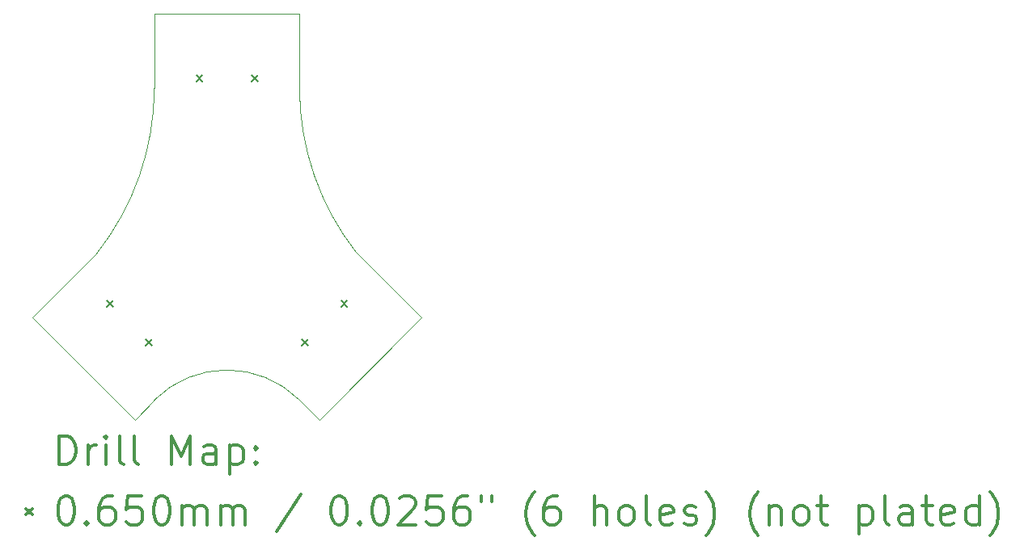
<source format=gbr>
%FSLAX45Y45*%
G04 Gerber Fmt 4.5, Leading zero omitted, Abs format (unit mm)*
G04 Created by KiCad (PCBNEW (5.1.10-1-10_14)) date 2021-07-26 11:30:28*
%MOMM*%
%LPD*%
G01*
G04 APERTURE LIST*
%TA.AperFunction,Profile*%
%ADD10C,0.100000*%
%TD*%
%ADD11C,0.200000*%
%ADD12C,0.300000*%
G04 APERTURE END LIST*
D10*
X965000Y-2235000D02*
X2035000Y-1165000D01*
X-760000Y2020000D02*
X-760000Y1241000D01*
X-1359601Y-490543D02*
G75*
G03*
X-760000Y1241000I-2200399J1731544D01*
G01*
X1359489Y-490402D02*
G75*
G02*
X760000Y1241000I2200511J1731402D01*
G01*
X760000Y-2030000D02*
G75*
G03*
X-760000Y-2030000I-760000J-760000D01*
G01*
X-965000Y-2235000D02*
X-760000Y-2030000D01*
X-2035000Y-1165000D02*
X-1359601Y-490543D01*
X2035000Y-1165000D02*
X1359601Y-490543D01*
X965000Y-2235000D02*
X760000Y-2030000D01*
X760000Y2020000D02*
X760000Y1241000D01*
X-760000Y2020000D02*
X760000Y2020000D01*
X-2035000Y-1165000D02*
X-965000Y-2235000D01*
D11*
X-1259006Y-985298D02*
X-1194006Y-1050298D01*
X-1194006Y-985298D02*
X-1259006Y-1050298D01*
X-850298Y-1394006D02*
X-785298Y-1459006D01*
X-785298Y-1394006D02*
X-850298Y-1459006D01*
X-321500Y1372500D02*
X-256500Y1307500D01*
X-256500Y1372500D02*
X-321500Y1307500D01*
X256500Y1372500D02*
X321500Y1307500D01*
X321500Y1372500D02*
X256500Y1307500D01*
X785298Y-1394006D02*
X850298Y-1459006D01*
X850298Y-1394006D02*
X785298Y-1459006D01*
X1194006Y-985298D02*
X1259006Y-1050298D01*
X1259006Y-985298D02*
X1194006Y-1050298D01*
D12*
X-1753571Y-2705714D02*
X-1753571Y-2405714D01*
X-1682143Y-2405714D01*
X-1639286Y-2420000D01*
X-1610714Y-2448572D01*
X-1596429Y-2477143D01*
X-1582143Y-2534286D01*
X-1582143Y-2577143D01*
X-1596429Y-2634286D01*
X-1610714Y-2662857D01*
X-1639286Y-2691429D01*
X-1682143Y-2705714D01*
X-1753571Y-2705714D01*
X-1453571Y-2705714D02*
X-1453571Y-2505714D01*
X-1453571Y-2562857D02*
X-1439286Y-2534286D01*
X-1425000Y-2520000D01*
X-1396429Y-2505714D01*
X-1367857Y-2505714D01*
X-1267857Y-2705714D02*
X-1267857Y-2505714D01*
X-1267857Y-2405714D02*
X-1282143Y-2420000D01*
X-1267857Y-2434286D01*
X-1253572Y-2420000D01*
X-1267857Y-2405714D01*
X-1267857Y-2434286D01*
X-1082143Y-2705714D02*
X-1110714Y-2691429D01*
X-1125000Y-2662857D01*
X-1125000Y-2405714D01*
X-925000Y-2705714D02*
X-953571Y-2691429D01*
X-967857Y-2662857D01*
X-967857Y-2405714D01*
X-582143Y-2705714D02*
X-582143Y-2405714D01*
X-482143Y-2620000D01*
X-382143Y-2405714D01*
X-382143Y-2705714D01*
X-110714Y-2705714D02*
X-110714Y-2548572D01*
X-125000Y-2520000D01*
X-153572Y-2505714D01*
X-210714Y-2505714D01*
X-239286Y-2520000D01*
X-110714Y-2691429D02*
X-139286Y-2705714D01*
X-210714Y-2705714D01*
X-239286Y-2691429D01*
X-253571Y-2662857D01*
X-253571Y-2634286D01*
X-239286Y-2605714D01*
X-210714Y-2591429D01*
X-139286Y-2591429D01*
X-110714Y-2577143D01*
X32143Y-2505714D02*
X32143Y-2805714D01*
X32143Y-2520000D02*
X60714Y-2505714D01*
X117857Y-2505714D01*
X146428Y-2520000D01*
X160714Y-2534286D01*
X175000Y-2562857D01*
X175000Y-2648572D01*
X160714Y-2677143D01*
X146428Y-2691429D01*
X117857Y-2705714D01*
X60714Y-2705714D01*
X32143Y-2691429D01*
X303571Y-2677143D02*
X317857Y-2691429D01*
X303571Y-2705714D01*
X289286Y-2691429D01*
X303571Y-2677143D01*
X303571Y-2705714D01*
X303571Y-2520000D02*
X317857Y-2534286D01*
X303571Y-2548572D01*
X289286Y-2534286D01*
X303571Y-2520000D01*
X303571Y-2548572D01*
X-2105000Y-3167500D02*
X-2040000Y-3232500D01*
X-2040000Y-3167500D02*
X-2105000Y-3232500D01*
X-1696429Y-3035714D02*
X-1667857Y-3035714D01*
X-1639286Y-3050000D01*
X-1625000Y-3064286D01*
X-1610714Y-3092857D01*
X-1596429Y-3150000D01*
X-1596429Y-3221429D01*
X-1610714Y-3278571D01*
X-1625000Y-3307143D01*
X-1639286Y-3321429D01*
X-1667857Y-3335714D01*
X-1696429Y-3335714D01*
X-1725000Y-3321429D01*
X-1739286Y-3307143D01*
X-1753571Y-3278571D01*
X-1767857Y-3221429D01*
X-1767857Y-3150000D01*
X-1753571Y-3092857D01*
X-1739286Y-3064286D01*
X-1725000Y-3050000D01*
X-1696429Y-3035714D01*
X-1467857Y-3307143D02*
X-1453571Y-3321429D01*
X-1467857Y-3335714D01*
X-1482143Y-3321429D01*
X-1467857Y-3307143D01*
X-1467857Y-3335714D01*
X-1196429Y-3035714D02*
X-1253572Y-3035714D01*
X-1282143Y-3050000D01*
X-1296429Y-3064286D01*
X-1325000Y-3107143D01*
X-1339286Y-3164286D01*
X-1339286Y-3278571D01*
X-1325000Y-3307143D01*
X-1310714Y-3321429D01*
X-1282143Y-3335714D01*
X-1225000Y-3335714D01*
X-1196429Y-3321429D01*
X-1182143Y-3307143D01*
X-1167857Y-3278571D01*
X-1167857Y-3207143D01*
X-1182143Y-3178571D01*
X-1196429Y-3164286D01*
X-1225000Y-3150000D01*
X-1282143Y-3150000D01*
X-1310714Y-3164286D01*
X-1325000Y-3178571D01*
X-1339286Y-3207143D01*
X-896429Y-3035714D02*
X-1039286Y-3035714D01*
X-1053572Y-3178571D01*
X-1039286Y-3164286D01*
X-1010714Y-3150000D01*
X-939286Y-3150000D01*
X-910714Y-3164286D01*
X-896429Y-3178571D01*
X-882143Y-3207143D01*
X-882143Y-3278571D01*
X-896429Y-3307143D01*
X-910714Y-3321429D01*
X-939286Y-3335714D01*
X-1010714Y-3335714D01*
X-1039286Y-3321429D01*
X-1053572Y-3307143D01*
X-696429Y-3035714D02*
X-667857Y-3035714D01*
X-639286Y-3050000D01*
X-625000Y-3064286D01*
X-610714Y-3092857D01*
X-596429Y-3150000D01*
X-596429Y-3221429D01*
X-610714Y-3278571D01*
X-625000Y-3307143D01*
X-639286Y-3321429D01*
X-667857Y-3335714D01*
X-696429Y-3335714D01*
X-725000Y-3321429D01*
X-739286Y-3307143D01*
X-753571Y-3278571D01*
X-767857Y-3221429D01*
X-767857Y-3150000D01*
X-753571Y-3092857D01*
X-739286Y-3064286D01*
X-725000Y-3050000D01*
X-696429Y-3035714D01*
X-467857Y-3335714D02*
X-467857Y-3135714D01*
X-467857Y-3164286D02*
X-453571Y-3150000D01*
X-425000Y-3135714D01*
X-382143Y-3135714D01*
X-353571Y-3150000D01*
X-339286Y-3178571D01*
X-339286Y-3335714D01*
X-339286Y-3178571D02*
X-325000Y-3150000D01*
X-296429Y-3135714D01*
X-253571Y-3135714D01*
X-225000Y-3150000D01*
X-210714Y-3178571D01*
X-210714Y-3335714D01*
X-67857Y-3335714D02*
X-67857Y-3135714D01*
X-67857Y-3164286D02*
X-53571Y-3150000D01*
X-25000Y-3135714D01*
X17857Y-3135714D01*
X46428Y-3150000D01*
X60714Y-3178571D01*
X60714Y-3335714D01*
X60714Y-3178571D02*
X75000Y-3150000D01*
X103571Y-3135714D01*
X146428Y-3135714D01*
X175000Y-3150000D01*
X189286Y-3178571D01*
X189286Y-3335714D01*
X775000Y-3021429D02*
X517857Y-3407143D01*
X1160714Y-3035714D02*
X1189286Y-3035714D01*
X1217857Y-3050000D01*
X1232143Y-3064286D01*
X1246428Y-3092857D01*
X1260714Y-3150000D01*
X1260714Y-3221429D01*
X1246428Y-3278571D01*
X1232143Y-3307143D01*
X1217857Y-3321429D01*
X1189286Y-3335714D01*
X1160714Y-3335714D01*
X1132143Y-3321429D01*
X1117857Y-3307143D01*
X1103571Y-3278571D01*
X1089286Y-3221429D01*
X1089286Y-3150000D01*
X1103571Y-3092857D01*
X1117857Y-3064286D01*
X1132143Y-3050000D01*
X1160714Y-3035714D01*
X1389286Y-3307143D02*
X1403571Y-3321429D01*
X1389286Y-3335714D01*
X1375000Y-3321429D01*
X1389286Y-3307143D01*
X1389286Y-3335714D01*
X1589286Y-3035714D02*
X1617857Y-3035714D01*
X1646428Y-3050000D01*
X1660714Y-3064286D01*
X1675000Y-3092857D01*
X1689286Y-3150000D01*
X1689286Y-3221429D01*
X1675000Y-3278571D01*
X1660714Y-3307143D01*
X1646428Y-3321429D01*
X1617857Y-3335714D01*
X1589286Y-3335714D01*
X1560714Y-3321429D01*
X1546428Y-3307143D01*
X1532143Y-3278571D01*
X1517857Y-3221429D01*
X1517857Y-3150000D01*
X1532143Y-3092857D01*
X1546428Y-3064286D01*
X1560714Y-3050000D01*
X1589286Y-3035714D01*
X1803571Y-3064286D02*
X1817857Y-3050000D01*
X1846428Y-3035714D01*
X1917857Y-3035714D01*
X1946428Y-3050000D01*
X1960714Y-3064286D01*
X1975000Y-3092857D01*
X1975000Y-3121429D01*
X1960714Y-3164286D01*
X1789286Y-3335714D01*
X1975000Y-3335714D01*
X2246428Y-3035714D02*
X2103571Y-3035714D01*
X2089286Y-3178571D01*
X2103571Y-3164286D01*
X2132143Y-3150000D01*
X2203571Y-3150000D01*
X2232143Y-3164286D01*
X2246428Y-3178571D01*
X2260714Y-3207143D01*
X2260714Y-3278571D01*
X2246428Y-3307143D01*
X2232143Y-3321429D01*
X2203571Y-3335714D01*
X2132143Y-3335714D01*
X2103571Y-3321429D01*
X2089286Y-3307143D01*
X2517857Y-3035714D02*
X2460714Y-3035714D01*
X2432143Y-3050000D01*
X2417857Y-3064286D01*
X2389286Y-3107143D01*
X2375000Y-3164286D01*
X2375000Y-3278571D01*
X2389286Y-3307143D01*
X2403571Y-3321429D01*
X2432143Y-3335714D01*
X2489286Y-3335714D01*
X2517857Y-3321429D01*
X2532143Y-3307143D01*
X2546428Y-3278571D01*
X2546428Y-3207143D01*
X2532143Y-3178571D01*
X2517857Y-3164286D01*
X2489286Y-3150000D01*
X2432143Y-3150000D01*
X2403571Y-3164286D01*
X2389286Y-3178571D01*
X2375000Y-3207143D01*
X2660714Y-3035714D02*
X2660714Y-3092857D01*
X2775000Y-3035714D02*
X2775000Y-3092857D01*
X3217857Y-3450000D02*
X3203571Y-3435714D01*
X3175000Y-3392857D01*
X3160714Y-3364286D01*
X3146428Y-3321429D01*
X3132143Y-3250000D01*
X3132143Y-3192857D01*
X3146428Y-3121429D01*
X3160714Y-3078571D01*
X3175000Y-3050000D01*
X3203571Y-3007143D01*
X3217857Y-2992857D01*
X3460714Y-3035714D02*
X3403571Y-3035714D01*
X3375000Y-3050000D01*
X3360714Y-3064286D01*
X3332143Y-3107143D01*
X3317857Y-3164286D01*
X3317857Y-3278571D01*
X3332143Y-3307143D01*
X3346428Y-3321429D01*
X3375000Y-3335714D01*
X3432143Y-3335714D01*
X3460714Y-3321429D01*
X3475000Y-3307143D01*
X3489286Y-3278571D01*
X3489286Y-3207143D01*
X3475000Y-3178571D01*
X3460714Y-3164286D01*
X3432143Y-3150000D01*
X3375000Y-3150000D01*
X3346428Y-3164286D01*
X3332143Y-3178571D01*
X3317857Y-3207143D01*
X3846428Y-3335714D02*
X3846428Y-3035714D01*
X3975000Y-3335714D02*
X3975000Y-3178571D01*
X3960714Y-3150000D01*
X3932143Y-3135714D01*
X3889286Y-3135714D01*
X3860714Y-3150000D01*
X3846428Y-3164286D01*
X4160714Y-3335714D02*
X4132143Y-3321429D01*
X4117857Y-3307143D01*
X4103571Y-3278571D01*
X4103571Y-3192857D01*
X4117857Y-3164286D01*
X4132143Y-3150000D01*
X4160714Y-3135714D01*
X4203571Y-3135714D01*
X4232143Y-3150000D01*
X4246428Y-3164286D01*
X4260714Y-3192857D01*
X4260714Y-3278571D01*
X4246428Y-3307143D01*
X4232143Y-3321429D01*
X4203571Y-3335714D01*
X4160714Y-3335714D01*
X4432143Y-3335714D02*
X4403571Y-3321429D01*
X4389286Y-3292857D01*
X4389286Y-3035714D01*
X4660714Y-3321429D02*
X4632143Y-3335714D01*
X4575000Y-3335714D01*
X4546428Y-3321429D01*
X4532143Y-3292857D01*
X4532143Y-3178571D01*
X4546428Y-3150000D01*
X4575000Y-3135714D01*
X4632143Y-3135714D01*
X4660714Y-3150000D01*
X4675000Y-3178571D01*
X4675000Y-3207143D01*
X4532143Y-3235714D01*
X4789286Y-3321429D02*
X4817857Y-3335714D01*
X4875000Y-3335714D01*
X4903571Y-3321429D01*
X4917857Y-3292857D01*
X4917857Y-3278571D01*
X4903571Y-3250000D01*
X4875000Y-3235714D01*
X4832143Y-3235714D01*
X4803571Y-3221429D01*
X4789286Y-3192857D01*
X4789286Y-3178571D01*
X4803571Y-3150000D01*
X4832143Y-3135714D01*
X4875000Y-3135714D01*
X4903571Y-3150000D01*
X5017857Y-3450000D02*
X5032143Y-3435714D01*
X5060714Y-3392857D01*
X5075000Y-3364286D01*
X5089286Y-3321429D01*
X5103571Y-3250000D01*
X5103571Y-3192857D01*
X5089286Y-3121429D01*
X5075000Y-3078571D01*
X5060714Y-3050000D01*
X5032143Y-3007143D01*
X5017857Y-2992857D01*
X5560714Y-3450000D02*
X5546428Y-3435714D01*
X5517857Y-3392857D01*
X5503571Y-3364286D01*
X5489286Y-3321429D01*
X5475000Y-3250000D01*
X5475000Y-3192857D01*
X5489286Y-3121429D01*
X5503571Y-3078571D01*
X5517857Y-3050000D01*
X5546428Y-3007143D01*
X5560714Y-2992857D01*
X5675000Y-3135714D02*
X5675000Y-3335714D01*
X5675000Y-3164286D02*
X5689286Y-3150000D01*
X5717857Y-3135714D01*
X5760714Y-3135714D01*
X5789286Y-3150000D01*
X5803571Y-3178571D01*
X5803571Y-3335714D01*
X5989286Y-3335714D02*
X5960714Y-3321429D01*
X5946428Y-3307143D01*
X5932143Y-3278571D01*
X5932143Y-3192857D01*
X5946428Y-3164286D01*
X5960714Y-3150000D01*
X5989286Y-3135714D01*
X6032143Y-3135714D01*
X6060714Y-3150000D01*
X6075000Y-3164286D01*
X6089286Y-3192857D01*
X6089286Y-3278571D01*
X6075000Y-3307143D01*
X6060714Y-3321429D01*
X6032143Y-3335714D01*
X5989286Y-3335714D01*
X6175000Y-3135714D02*
X6289286Y-3135714D01*
X6217857Y-3035714D02*
X6217857Y-3292857D01*
X6232143Y-3321429D01*
X6260714Y-3335714D01*
X6289286Y-3335714D01*
X6617857Y-3135714D02*
X6617857Y-3435714D01*
X6617857Y-3150000D02*
X6646428Y-3135714D01*
X6703571Y-3135714D01*
X6732143Y-3150000D01*
X6746428Y-3164286D01*
X6760714Y-3192857D01*
X6760714Y-3278571D01*
X6746428Y-3307143D01*
X6732143Y-3321429D01*
X6703571Y-3335714D01*
X6646428Y-3335714D01*
X6617857Y-3321429D01*
X6932143Y-3335714D02*
X6903571Y-3321429D01*
X6889286Y-3292857D01*
X6889286Y-3035714D01*
X7175000Y-3335714D02*
X7175000Y-3178571D01*
X7160714Y-3150000D01*
X7132143Y-3135714D01*
X7075000Y-3135714D01*
X7046428Y-3150000D01*
X7175000Y-3321429D02*
X7146428Y-3335714D01*
X7075000Y-3335714D01*
X7046428Y-3321429D01*
X7032143Y-3292857D01*
X7032143Y-3264286D01*
X7046428Y-3235714D01*
X7075000Y-3221429D01*
X7146428Y-3221429D01*
X7175000Y-3207143D01*
X7275000Y-3135714D02*
X7389286Y-3135714D01*
X7317857Y-3035714D02*
X7317857Y-3292857D01*
X7332143Y-3321429D01*
X7360714Y-3335714D01*
X7389286Y-3335714D01*
X7603571Y-3321429D02*
X7575000Y-3335714D01*
X7517857Y-3335714D01*
X7489286Y-3321429D01*
X7475000Y-3292857D01*
X7475000Y-3178571D01*
X7489286Y-3150000D01*
X7517857Y-3135714D01*
X7575000Y-3135714D01*
X7603571Y-3150000D01*
X7617857Y-3178571D01*
X7617857Y-3207143D01*
X7475000Y-3235714D01*
X7875000Y-3335714D02*
X7875000Y-3035714D01*
X7875000Y-3321429D02*
X7846428Y-3335714D01*
X7789286Y-3335714D01*
X7760714Y-3321429D01*
X7746428Y-3307143D01*
X7732143Y-3278571D01*
X7732143Y-3192857D01*
X7746428Y-3164286D01*
X7760714Y-3150000D01*
X7789286Y-3135714D01*
X7846428Y-3135714D01*
X7875000Y-3150000D01*
X7989286Y-3450000D02*
X8003571Y-3435714D01*
X8032143Y-3392857D01*
X8046428Y-3364286D01*
X8060714Y-3321429D01*
X8075000Y-3250000D01*
X8075000Y-3192857D01*
X8060714Y-3121429D01*
X8046428Y-3078571D01*
X8032143Y-3050000D01*
X8003571Y-3007143D01*
X7989286Y-2992857D01*
M02*

</source>
